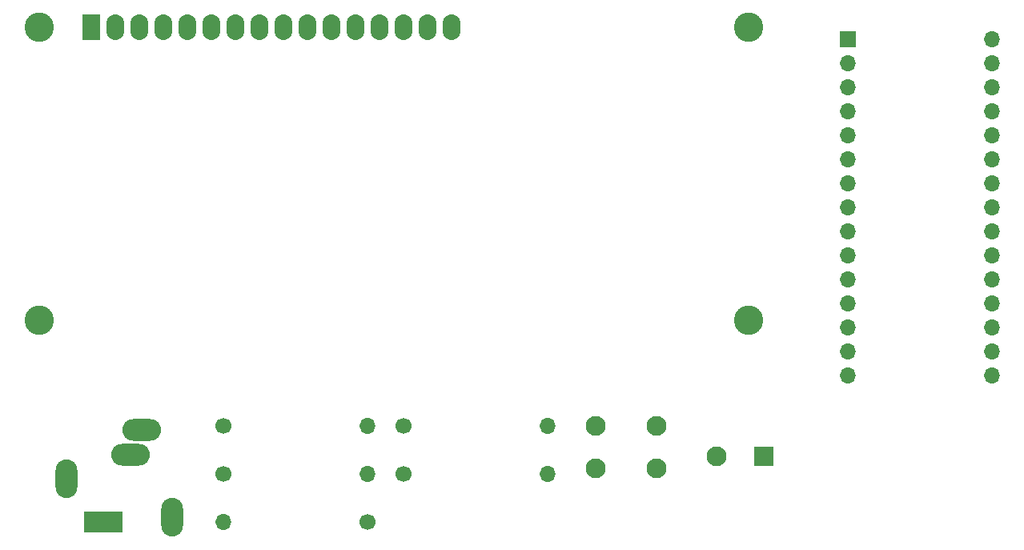
<source format=gbr>
%TF.GenerationSoftware,KiCad,Pcbnew,5.1.6*%
%TF.CreationDate,2020-06-14T13:39:51+02:00*%
%TF.ProjectId,pcb,7063622e-6b69-4636-9164-5f7063625858,rev?*%
%TF.SameCoordinates,Original*%
%TF.FileFunction,Soldermask,Bot*%
%TF.FilePolarity,Negative*%
%FSLAX46Y46*%
G04 Gerber Fmt 4.6, Leading zero omitted, Abs format (unit mm)*
G04 Created by KiCad (PCBNEW 5.1.6) date 2020-06-14 13:39:51*
%MOMM*%
%LPD*%
G01*
G04 APERTURE LIST*
%ADD10R,1.700000X1.700000*%
%ADD11O,1.700000X1.700000*%
%ADD12R,4.100000X2.300000*%
%ADD13O,2.300000X4.100000*%
%ADD14O,4.100000X2.300000*%
%ADD15C,1.700000*%
%ADD16C,2.100000*%
%ADD17R,1.900000X2.700000*%
%ADD18O,1.900000X2.700000*%
%ADD19C,3.100000*%
%ADD20R,2.100000X2.100000*%
G04 APERTURE END LIST*
D10*
%TO.C,A1*%
X168910000Y-78486000D03*
D11*
X184150000Y-111506000D03*
X168910000Y-81026000D03*
X184150000Y-108966000D03*
X168910000Y-83566000D03*
X184150000Y-106426000D03*
X168910000Y-86106000D03*
X184150000Y-103886000D03*
X168910000Y-88646000D03*
X184150000Y-101346000D03*
X168910000Y-91186000D03*
X184150000Y-98806000D03*
X168910000Y-93726000D03*
X184150000Y-96266000D03*
X168910000Y-96266000D03*
X184150000Y-93726000D03*
X168910000Y-98806000D03*
X184150000Y-91186000D03*
X168910000Y-101346000D03*
X184150000Y-88646000D03*
X168910000Y-103886000D03*
X184150000Y-86106000D03*
X168910000Y-106426000D03*
X184150000Y-83566000D03*
X168910000Y-108966000D03*
X184150000Y-81026000D03*
X168910000Y-111506000D03*
X184150000Y-78486000D03*
X168910000Y-114046000D03*
X184150000Y-114046000D03*
%TD*%
D12*
%TO.C,J1*%
X90170000Y-129540000D03*
D13*
X97470000Y-129040000D03*
D14*
X93070000Y-122440000D03*
X94270000Y-119740000D03*
D13*
X86270000Y-124940000D03*
%TD*%
D11*
%TO.C,R1*%
X118110000Y-119380000D03*
D15*
X102870000Y-119380000D03*
%TD*%
%TO.C,R2*%
X102870000Y-124460000D03*
D11*
X118110000Y-124460000D03*
%TD*%
D15*
%TO.C,R3*%
X118110000Y-129540000D03*
D11*
X102870000Y-129540000D03*
%TD*%
D15*
%TO.C,R4*%
X121920000Y-119380000D03*
D11*
X137160000Y-119380000D03*
%TD*%
%TO.C,R5*%
X137160000Y-124460000D03*
D15*
X121920000Y-124460000D03*
%TD*%
D16*
%TO.C,SW1*%
X142240000Y-123880000D03*
X142240000Y-119380000D03*
X148740000Y-123880000D03*
X148740000Y-119380000D03*
%TD*%
D17*
%TO.C,U1*%
X88900000Y-77216000D03*
D18*
X91440000Y-77216000D03*
X93980000Y-77216000D03*
X96520000Y-77216000D03*
X99060000Y-77216000D03*
X101600000Y-77216000D03*
X104140000Y-77216000D03*
X106680000Y-77216000D03*
X109220000Y-77216000D03*
X111760000Y-77216000D03*
X114300000Y-77216000D03*
X116840000Y-77216000D03*
X119380000Y-77216000D03*
X121920000Y-77216000D03*
X124460000Y-77216000D03*
X127000000Y-77216000D03*
D19*
X83400900Y-77216000D03*
X83400900Y-108216700D03*
X158399480Y-108216700D03*
X158400000Y-77216000D03*
%TD*%
D20*
%TO.C,BZ1*%
X160020000Y-122555000D03*
D16*
X155020000Y-122555000D03*
%TD*%
M02*

</source>
